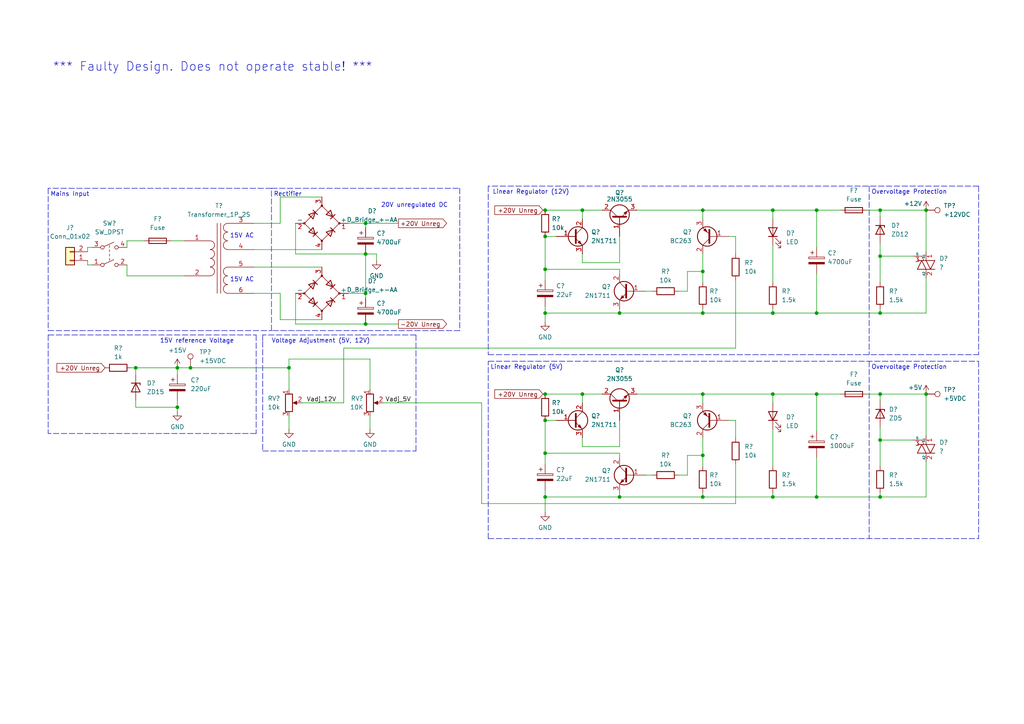
<source format=kicad_sch>
(kicad_sch (version 20211123) (generator eeschema)
  (paper "A4")
  (title_block (title "Z8C Power Supply") (date "2022-10-10") (rev "1") (comment 1 "+5V@3A , +12V@4A") (comment 3 "https://github.com/dennis9819/Z8C-Homebrew-Computer"))
  (lib_symbols
    (symbol "Connector:TestPoint" (pin_numbers hide) (pin_names (offset 0.762) hide)
      (property "Reference" "TP" (at 0 6.858 0))
      (property "Value" "TestPoint" (at 0 5.08 0))
      (symbol "TestPoint_0_1"
        (circle (center 0 3.302) (radius 0.762))
      )
      (symbol "TestPoint_1_1"
        (pin passive line (at 0 0 90) (length 2.54) (name "1") (number "1"))
      )
    )
    (symbol "Connector_Generic:Conn_01x02" (pin_names (offset 1.016) hide)
      (property "Reference" "J" (at 0 2.54 0))
      (property "Value" "Conn_01x02" (at 0 -5.08 0))
      (symbol "Conn_01x02_1_1"
        (rectangle (start -1.27 -2.413) (end 0 -2.667) (stroke (width 0.1524)))
        (rectangle (start -1.27 0.127) (end 0 -0.127) (stroke (width 0.1524)))
        (rectangle (start -1.27 1.27) (end 1.27 -3.81) (stroke (width 0.254)) (fill (type background)))
        (pin passive line (at -5.08 0 0) (length 3.81) (name "Pin_1") (number "1"))
        (pin passive line (at -5.08 -2.54 0) (length 3.81) (name "Pin_2") (number "2"))
      )
    )
    (symbol "Device:C_Polarized" (pin_numbers hide) (pin_names (offset 0.254))
      (property "Reference" "C" (at 0.635 2.54 0))
      (property "Value" "C_Polarized" (at 0.635 -2.54 0))
      (symbol "C_Polarized_0_1"
        (rectangle (start -2.286 0.508) (end 2.286 1.016))
        (polyline (pts (xy -1.778 2.286) (xy -0.762 2.286)))
        (polyline (pts (xy -1.27 2.794) (xy -1.27 1.778)))
        (rectangle (start 2.286 -0.508) (end -2.286 -1.016) (fill (type outline)))
      )
      (symbol "C_Polarized_1_1"
        (pin passive line (at 0 3.81 270) (length 2.794) (name "~") (number "1"))
        (pin passive line (at 0 -3.81 90) (length 2.794) (name "~") (number "2"))
      )
    )
    (symbol "Device:D_Bridge_+-AA" (pin_names (offset 0))
      (property "Reference" "D" (at 2.54 6.985 0))
      (property "Value" "D_Bridge_+-AA" (at 2.54 5.08 0))
      (symbol "D_Bridge_+-AA_0_1"
        (circle (center -5.08 0) (radius 0.254) (fill (type outline)))
        (circle (center 0 -5.08) (radius 0.254) (fill (type outline)))
        (polyline (pts (xy -2.54 3.81) (xy -1.27 2.54)) (stroke (width 0.254)))
        (polyline (pts (xy -1.27 -2.54) (xy -2.54 -3.81)) (stroke (width 0.254)))
        (polyline (pts (xy 2.54 -1.27) (xy 3.81 -2.54)) (stroke (width 0.254)))
        (polyline (pts (xy 2.54 1.27) (xy 3.81 2.54)) (stroke (width 0.254)))
        (polyline (pts (xy -3.81 2.54) (xy -2.54 1.27) (xy -1.905 3.175) (xy -3.81 2.54)) (stroke (width 0.254)))
        (polyline (pts (xy -2.54 -1.27) (xy -3.81 -2.54) (xy -1.905 -3.175) (xy -2.54 -1.27)) (stroke (width 0.254)))
        (polyline (pts (xy 1.27 2.54) (xy 2.54 3.81) (xy 3.175 1.905) (xy 1.27 2.54)) (stroke (width 0.254)))
        (polyline (pts (xy 3.175 -1.905) (xy 1.27 -2.54) (xy 2.54 -3.81) (xy 3.175 -1.905)) (stroke (width 0.254)))
        (polyline (pts (xy -5.08 0) (xy 0 -5.08) (xy 5.08 0) (xy 0 5.08) (xy -5.08 0)))
        (circle (center 0 5.08) (radius 0.254) (fill (type outline)))
        (circle (center 5.08 0) (radius 0.254) (fill (type outline)))
      )
      (symbol "D_Bridge_+-AA_1_1"
        (pin passive line (at 7.62 0 180) (length 2.54) (name "+") (number "1"))
        (pin passive line (at -7.62 0 0) (length 2.54) (name "-") (number "2"))
        (pin passive line (at 0 7.62 270) (length 2.54) (name "~") (number "3"))
        (pin passive line (at 0 -7.62 90) (length 2.54) (name "~") (number "4"))
      )
    )
    (symbol "Device:D_Zener" (pin_numbers hide) (pin_names (offset 1.016) hide)
      (property "Reference" "D" (at 0 2.54 0))
      (property "Value" "D_Zener" (at 0 -2.54 0))
      (symbol "D_Zener_0_1"
        (polyline (pts (xy 1.27 0) (xy -1.27 0)))
        (polyline (pts (xy -1.27 -1.27) (xy -1.27 1.27) (xy -0.762 1.27)) (stroke (width 0.254)))
        (polyline (pts (xy 1.27 -1.27) (xy 1.27 1.27) (xy -1.27 0) (xy 1.27 -1.27)) (stroke (width 0.254)))
      )
      (symbol "D_Zener_1_1"
        (pin passive line (at -3.81 0 0) (length 2.54) (name "K") (number "1"))
        (pin passive line (at 3.81 0 180) (length 2.54) (name "A") (number "2"))
      )
    )
    (symbol "Device:Fuse" (pin_numbers hide) (pin_names (offset 0))
      (property "Reference" "F" (at 2.032 0 90))
      (property "Value" "Fuse" (at -1.905 0 90))
      (symbol "Fuse_0_1"
        (rectangle (start -0.762 -2.54) (end 0.762 2.54) (stroke (width 0.254)))
        (polyline (pts (xy 0 2.54) (xy 0 -2.54)))
      )
      (symbol "Fuse_1_1"
        (pin passive line (at 0 3.81 270) (length 1.27) (name "~") (number "1"))
        (pin passive line (at 0 -3.81 90) (length 1.27) (name "~") (number "2"))
      )
    )
    (symbol "Device:LED" (pin_numbers hide) (pin_names (offset 1.016) hide)
      (property "Reference" "D" (at 0 2.54 0))
      (property "Value" "LED" (at 0 -2.54 0))
      (symbol "LED_0_1"
        (polyline (pts (xy -1.27 -1.27) (xy -1.27 1.27)) (stroke (width 0.254)))
        (polyline (pts (xy -1.27 0) (xy 1.27 0)))
        (polyline (pts (xy 1.27 -1.27) (xy 1.27 1.27) (xy -1.27 0) (xy 1.27 -1.27)) (stroke (width 0.254)))
        (polyline (pts (xy -3.048 -0.762) (xy -4.572 -2.286) (xy -3.81 -2.286) (xy -4.572 -2.286) (xy -4.572 -1.524)))
        (polyline (pts (xy -1.778 -0.762) (xy -3.302 -2.286) (xy -2.54 -2.286) (xy -3.302 -2.286) (xy -3.302 -1.524)))
      )
      (symbol "LED_1_1"
        (pin passive line (at -3.81 0 0) (length 2.54) (name "K") (number "1"))
        (pin passive line (at 3.81 0 180) (length 2.54) (name "A") (number "2"))
      )
    )
    (symbol "Device:Q_NPN_BCE" (pin_names (offset 0) hide)
      (property "Reference" "Q" (at 5.08 1.27 0))
      (property "Value" "Q_NPN_BCE" (at 5.08 -1.27 0))
      (symbol "Q_NPN_BCE_0_1"
        (polyline (pts (xy 0.635 0.635) (xy 2.54 2.54)))
        (polyline (pts (xy 0.635 -0.635) (xy 2.54 -2.54) (xy 2.54 -2.54)))
        (polyline (pts (xy 0.635 1.905) (xy 0.635 -1.905) (xy 0.635 -1.905)) (stroke (width 0.508)))
        (polyline (pts (xy 1.27 -1.778) (xy 1.778 -1.27) (xy 2.286 -2.286) (xy 1.27 -1.778) (xy 1.27 -1.778)) (fill (type outline)))
        (circle (center 1.27 0) (radius 2.8194) (stroke (width 0.254)))
      )
      (symbol "Q_NPN_BCE_1_1"
        (pin input line (at -5.08 0 0) (length 5.715) (name "B") (number "1"))
        (pin passive line (at 2.54 5.08 270) (length 2.54) (name "C") (number "2"))
        (pin passive line (at 2.54 -5.08 90) (length 2.54) (name "E") (number "3"))
      )
    )
    (symbol "Device:Q_PNP_BCE" (pin_names (offset 0) hide)
      (property "Reference" "Q" (at 5.08 1.27 0))
      (property "Value" "Q_PNP_BCE" (at 5.08 -1.27 0))
      (symbol "Q_PNP_BCE_0_1"
        (polyline (pts (xy 0.635 0.635) (xy 2.54 2.54)))
        (polyline (pts (xy 0.635 -0.635) (xy 2.54 -2.54) (xy 2.54 -2.54)))
        (polyline (pts (xy 0.635 1.905) (xy 0.635 -1.905) (xy 0.635 -1.905)) (stroke (width 0.508)))
        (polyline (pts (xy 2.286 -1.778) (xy 1.778 -2.286) (xy 1.27 -1.27) (xy 2.286 -1.778) (xy 2.286 -1.778)) (fill (type outline)))
        (circle (center 1.27 0) (radius 2.8194) (stroke (width 0.254)))
      )
      (symbol "Q_PNP_BCE_1_1"
        (pin input line (at -5.08 0 0) (length 5.715) (name "B") (number "1"))
        (pin passive line (at 2.54 5.08 270) (length 2.54) (name "C") (number "2"))
        (pin passive line (at 2.54 -5.08 90) (length 2.54) (name "E") (number "3"))
      )
    )
    (symbol "Device:Q_TRIAC_A1A2G" (pin_names (offset 0))
      (property "Reference" "D" (at 3.175 0.635 0))
      (property "Value" "Q_TRIAC_A1A2G" (at 3.175 -1.27 0))
      (symbol "Q_TRIAC_A1A2G_0_1"
        (polyline (pts (xy -2.54 -1.27) (xy 2.54 -1.27)) (stroke (width 0.2032)))
        (polyline (pts (xy -2.54 1.27) (xy 2.54 1.27)) (stroke (width 0.2032)))
        (polyline (pts (xy -1.27 -2.54) (xy -0.635 -1.27)))
        (polyline (pts (xy -2.54 1.27) (xy -1.27 -1.27) (xy 0 1.27)) (stroke (width 0.2032)))
        (polyline (pts (xy 0 -1.27) (xy 1.27 1.27) (xy 2.54 -1.27)) (stroke (width 0.2032)))
      )
      (symbol "Q_TRIAC_A1A2G_1_1"
        (pin passive line (at 0 -3.81 90) (length 2.54) (name "A1") (number "1"))
        (pin passive line (at 0 3.81 270) (length 2.54) (name "A2") (number "2"))
        (pin input line (at -3.81 -2.54 0) (length 2.54) (name "G") (number "3"))
      )
    )
    (symbol "Device:R" (pin_numbers hide) (pin_names (offset 0))
      (property "Reference" "R" (at 2.032 0 90))
      (property "Value" "R" (at 0 0 90))
      (symbol "R_0_1"
        (rectangle (start -1.016 -2.54) (end 1.016 2.54) (stroke (width 0.254)))
      )
      (symbol "R_1_1"
        (pin passive line (at 0 3.81 270) (length 1.27) (name "~") (number "1"))
        (pin passive line (at 0 -3.81 90) (length 1.27) (name "~") (number "2"))
      )
    )
    (symbol "Device:R_Potentiometer" (pin_names (offset 1.016) hide)
      (property "Reference" "RV" (at -4.445 0 90))
      (property "Value" "R_Potentiometer" (at -2.54 0 90))
      (symbol "R_Potentiometer_0_1"
        (polyline (pts (xy 2.54 0) (xy 1.524 0)))
        (polyline (pts (xy 1.143 0) (xy 2.286 0.508) (xy 2.286 -0.508) (xy 1.143 0)) (fill (type outline)))
        (rectangle (start 1.016 2.54) (end -1.016 -2.54) (stroke (width 0.254)))
      )
      (symbol "R_Potentiometer_1_1"
        (pin passive line (at 0 3.81 270) (length 1.27) (name "1") (number "1"))
        (pin passive line (at 3.81 0 180) (length 1.27) (name "2") (number "2"))
        (pin passive line (at 0 -3.81 90) (length 1.27) (name "3") (number "3"))
      )
    )
    (symbol "Device:Transformer_1P_2S" (pin_names (offset 1.016) hide)
      (property "Reference" "T" (at 0 12.7 0))
      (property "Value" "Transformer_1P_2S" (at 0 -12.7 0))
      (symbol "Transformer_1P_2S_0_1"
        (arc (start -2.54 -5.0546) (mid -1.6599 -4.6901) (end -1.27 -3.81))
        (arc (start -2.54 -2.5146) (mid -1.6599 -2.1501) (end -1.27 -1.27))
        (arc (start -2.54 0.0254) (mid -1.6599 0.3899) (end -1.27 1.27))
        (arc (start -2.54 2.5654) (mid -1.6599 2.9299) (end -1.27 3.81))
        (arc (start -1.27 -3.81) (mid -1.642 -2.912) (end -2.54 -2.54))
        (arc (start -1.27 -1.27) (mid -1.642 -0.372) (end -2.54 0))
        (arc (start -1.27 1.27) (mid -1.642 2.168) (end -2.54 2.54))
        (arc (start -1.27 3.81) (mid -1.642 4.708) (end -2.54 5.08))
        (polyline (pts (xy -0.508 -10.16) (xy -0.508 10.16)))
        (polyline (pts (xy 0.508 10.16) (xy 0.508 -10.16)))
        (arc (start 1.2954 -8.89) (mid 1.6599 -9.7701) (end 2.54 -10.1346))
        (arc (start 1.2954 -6.35) (mid 1.6599 -7.2301) (end 2.54 -7.5946))
        (arc (start 1.2954 -3.81) (mid 1.6599 -4.6901) (end 2.54 -5.0546))
        (arc (start 1.2954 3.81) (mid 1.6599 2.9299) (end 2.54 2.5654))
        (arc (start 1.2954 6.35) (mid 1.6599 5.4699) (end 2.54 5.1054))
        (arc (start 1.2954 8.89) (mid 1.6599 8.0099) (end 2.54 7.6454))
        (arc (start 2.54 -7.62) (mid 1.642 -7.992) (end 1.2954 -8.89))
        (arc (start 2.54 -5.08) (mid 1.642 -5.452) (end 1.2954 -6.35))
        (arc (start 2.54 -2.54) (mid 1.642 -2.912) (end 1.2954 -3.81))
        (arc (start 2.54 5.08) (mid 1.642 4.708) (end 1.2954 3.81))
        (arc (start 2.54 7.62) (mid 1.642 7.248) (end 1.2954 6.35))
        (arc (start 2.54 10.16) (mid 1.642 9.788) (end 1.2954 8.89))
      )
      (symbol "Transformer_1P_2S_1_1"
        (pin passive line (at -10.16 5.08 0) (length 7.62) (name "AA") (number "1"))
        (pin passive line (at -10.16 -5.08 0) (length 7.62) (name "AB") (number "2"))
        (pin passive line (at 10.16 10.16 180) (length 7.62) (name "SA") (number "3"))
        (pin passive line (at 10.16 2.54 180) (length 7.62) (name "SB") (number "4"))
        (pin passive line (at 10.16 -2.54 180) (length 7.62) (name "SC") (number "5"))
        (pin passive line (at 10.16 -10.16 180) (length 7.62) (name "SD") (number "6"))
      )
    )
    (symbol "Switch:SW_DPST" (pin_names (offset 0) hide)
      (property "Reference" "SW" (at 0 5.08 0))
      (property "Value" "SW_DPST" (at 0 -5.08 0))
      (symbol "SW_DPST_0_0"
        (circle (center -2.032 -2.54) (radius 0.508))
        (circle (center -2.032 2.54) (radius 0.508))
        (polyline (pts (xy -1.524 -2.286) (xy 1.27 -1.016)))
        (polyline (pts (xy -1.524 2.794) (xy 1.27 4.064)))
        (polyline (pts (xy 0 -1.27) (xy 0 -0.635)))
        (polyline (pts (xy 0 0) (xy 0 0.635)))
        (polyline (pts (xy 0 1.27) (xy 0 1.905)))
        (polyline (pts (xy 0 2.54) (xy 0 3.175)))
        (circle (center 2.032 -2.54) (radius 0.508))
        (circle (center 2.032 2.54) (radius 0.508))
      )
      (symbol "SW_DPST_1_1"
        (pin passive line (at -5.08 -2.54 0) (length 2.54) (name "1") (number "1"))
        (pin passive line (at 5.08 -2.54 180) (length 2.54) (name "2") (number "2"))
        (pin passive line (at -5.08 2.54 0) (length 2.54) (name "3") (number "3"))
        (pin passive line (at 5.08 2.54 180) (length 2.54) (name "4") (number "4"))
      )
    )
    (symbol "power:+12V" (power) (pin_names (offset 0))
      (property "Value" "+12V" (at 0 3.556 0))
      (symbol "+12V_0_1"
        (polyline (pts (xy -0.762 1.27) (xy 0 2.54)))
        (polyline (pts (xy 0 0) (xy 0 2.54)))
        (polyline (pts (xy 0 2.54) (xy 0.762 1.27)))
      )
      (symbol "+12V_1_1"
        (pin power_in line (at 0 0 90) (length 0) hide (name "+12V") (number "1"))
      )
    )
    (symbol "power:+15V" (power) (pin_names (offset 0))
      (property "Value" "+15V" (at 0 3.556 0))
      (symbol "+15V_0_1"
        (polyline (pts (xy -0.762 1.27) (xy 0 2.54)))
        (polyline (pts (xy 0 0) (xy 0 2.54)))
        (polyline (pts (xy 0 2.54) (xy 0.762 1.27)))
      )
      (symbol "+15V_1_1"
        (pin power_in line (at 0 0 90) (length 0) hide (name "+15V") (number "1"))
      )
    )
    (symbol "power:+5V" (power) (pin_names (offset 0))
      (property "Value" "+5V" (at 0 3.556 0))
      (symbol "+5V_0_1"
        (polyline (pts (xy -0.762 1.27) (xy 0 2.54)))
        (polyline (pts (xy 0 0) (xy 0 2.54)))
        (polyline (pts (xy 0 2.54) (xy 0.762 1.27)))
      )
      (symbol "+5V_1_1"
        (pin power_in line (at 0 0 90) (length 0) hide (name "+5V") (number "1"))
      )
    )
    (symbol "power:GND" (power) (pin_names (offset 0))
      (property "Value" "GND" (at 0 -3.81 0))
      (symbol "GND_0_1"
        (polyline (pts (xy 0 0) (xy 0 -1.27) (xy 1.27 -1.27) (xy 0 -2.54) (xy -1.27 -1.27) (xy 0 -1.27)))
      )
      (symbol "GND_1_1"
        (pin power_in line (at 0 0 270) (length 0) hide (name "GND") (number "1"))
      )
    )
  )
  (junction (at 203.835 144.145))
  (junction (at 106.045 64.77))
  (junction (at 83.82 106.68))
  (junction (at 203.835 114.3))
  (junction (at 236.855 144.145))
  (junction (at 203.835 60.96))
  (junction (at 255.27 114.3))
  (junction (at 224.155 60.96))
  (junction (at 106.045 85.09))
  (junction (at 158.115 121.92))
  (junction (at 255.27 90.805))
  (junction (at 236.855 90.805))
  (junction (at 224.155 114.3))
  (junction (at 203.835 90.805))
  (junction (at 158.115 114.3))
  (junction (at 255.27 60.96))
  (junction (at 268.605 60.96))
  (junction (at 224.155 90.805))
  (junction (at 224.155 144.145))
  (junction (at 203.835 78.74))
  (junction (at 255.27 127.635))
  (junction (at 255.27 74.295))
  (junction (at 39.37 106.68))
  (junction (at 106.045 93.98))
  (junction (at 168.91 114.3))
  (junction (at 106.045 73.66))
  (junction (at 158.115 90.805))
  (junction (at 179.705 144.145))
  (junction (at 168.91 60.96))
  (junction (at 158.115 144.145))
  (junction (at 255.27 144.145))
  (junction (at 158.115 60.96))
  (junction (at 236.855 114.3))
  (junction (at 268.605 114.3))
  (junction (at 51.435 118.11))
  (junction (at 158.115 68.58))
  (junction (at 51.435 106.68))
  (junction (at 158.115 131.445))
  (junction (at 236.855 60.96))
  (junction (at 55.245 106.68))
  (junction (at 179.705 90.805))
  (junction (at 158.115 78.105))
  (junction (at 203.835 132.08))
  (wire (pts (xy 268.605 60.96) (xy 268.605 73.025)))
  (polyline (pts (xy 78.74 95.885) (xy 78.74 54.61)))
  (wire (pts (xy 236.855 90.805) (xy 236.855 79.375)))
  (wire (pts (xy 236.855 144.145) (xy 255.27 144.145)))
  (wire (pts (xy 158.115 90.805) (xy 179.705 90.805)))
  (wire (pts (xy 51.435 118.11) (xy 51.435 119.38)))
  (wire (pts (xy 255.27 70.485) (xy 255.27 74.295)))
  (polyline (pts (xy 133.35 54.61) (xy 133.35 95.885)))
  (wire (pts (xy 49.53 69.85) (xy 53.34 69.85)))
  (wire (pts (xy 255.27 144.145) (xy 255.27 142.875)))
  (wire (pts (xy 111.125 116.84) (xy 139.7 116.84)))
  (wire (pts (xy 203.835 78.74) (xy 203.835 81.915)))
  (wire (pts (xy 158.115 78.105) (xy 179.705 78.105)))
  (wire (pts (xy 168.91 73.66) (xy 168.91 76.2)))
  (wire (pts (xy 187.325 84.455) (xy 189.23 84.455)))
  (wire (pts (xy 236.855 60.96) (xy 243.84 60.96)))
  (polyline (pts (xy 13.97 97.155) (xy 74.295 97.155)))
  (polyline (pts (xy 283.845 53.975) (xy 283.845 102.87)))
  (wire (pts (xy 224.155 90.805) (xy 236.855 90.805)))
  (wire (pts (xy 268.605 114.3) (xy 268.605 126.365)))
  (wire (pts (xy 36.83 80.01) (xy 36.83 76.835)))
  (wire (pts (xy 158.115 68.58) (xy 158.115 78.105)))
  (wire (pts (xy 107.315 120.65) (xy 107.315 124.46)))
  (wire (pts (xy 203.835 144.145) (xy 224.155 144.145)))
  (wire (pts (xy 85.725 93.98) (xy 85.725 85.09)))
  (polyline (pts (xy 76.2 99.06) (xy 76.2 130.81)))
  (polyline (pts (xy 141.605 104.775) (xy 283.845 104.775)))
  (wire (pts (xy 100.965 85.09) (xy 106.045 85.09)))
  (wire (pts (xy 213.36 81.28) (xy 213.36 100.965)))
  (polyline (pts (xy 13.97 54.61) (xy 13.97 95.885)))
  (polyline (pts (xy 120.65 130.81) (xy 120.65 97.155)))
  (wire (pts (xy 158.115 121.92) (xy 158.115 131.445)))
  (wire (pts (xy 55.245 106.68) (xy 83.82 106.68)))
  (wire (pts (xy 255.27 90.805) (xy 255.27 89.535)))
  (polyline (pts (xy 13.97 95.885) (xy 78.74 95.885)))
  (wire (pts (xy 87.63 116.84) (xy 99.695 116.84)))
  (wire (pts (xy 196.85 84.455) (xy 199.39 84.455)))
  (wire (pts (xy 203.835 60.96) (xy 224.155 60.96)))
  (wire (pts (xy 179.705 144.145) (xy 203.835 144.145)))
  (wire (pts (xy 179.705 79.375) (xy 179.705 78.105)))
  (wire (pts (xy 83.82 120.65) (xy 83.82 124.46)))
  (wire (pts (xy 85.725 73.66) (xy 106.045 73.66)))
  (polyline (pts (xy 141.605 102.87) (xy 154.305 102.87)))
  (wire (pts (xy 25.4 76.835) (xy 25.4 75.565)))
  (wire (pts (xy 41.91 69.85) (xy 36.83 69.85)))
  (wire (pts (xy 199.39 84.455) (xy 199.39 78.74)))
  (wire (pts (xy 158.115 142.24) (xy 158.115 144.145)))
  (wire (pts (xy 99.695 116.84) (xy 99.695 100.965)))
  (wire (pts (xy 179.705 90.805) (xy 203.835 90.805)))
  (wire (pts (xy 73.66 72.39) (xy 93.345 72.39)))
  (wire (pts (xy 85.725 73.66) (xy 85.725 64.77)))
  (wire (pts (xy 224.155 142.875) (xy 224.155 144.145)))
  (polyline (pts (xy 283.845 104.775) (xy 283.845 156.21)))
  (wire (pts (xy 224.155 114.3) (xy 224.155 116.84)))
  (polyline (pts (xy 154.305 102.87) (xy 283.845 102.87)))
  (wire (pts (xy 81.28 64.77) (xy 81.28 57.15)))
  (wire (pts (xy 211.455 68.58) (xy 213.36 68.58)))
  (wire (pts (xy 158.115 60.96) (xy 168.91 60.96)))
  (wire (pts (xy 106.045 73.66) (xy 109.22 73.66)))
  (wire (pts (xy 51.435 118.11) (xy 51.435 116.205)))
  (wire (pts (xy 203.835 132.08) (xy 203.835 135.255)))
  (wire (pts (xy 83.82 106.68) (xy 83.82 113.03)))
  (wire (pts (xy 39.37 118.11) (xy 51.435 118.11)))
  (wire (pts (xy 213.36 68.58) (xy 213.36 73.66)))
  (wire (pts (xy 211.455 121.92) (xy 213.36 121.92)))
  (wire (pts (xy 39.37 106.68) (xy 51.435 106.68)))
  (wire (pts (xy 38.1 106.68) (xy 39.37 106.68)))
  (wire (pts (xy 157.48 60.96) (xy 158.115 60.96)))
  (wire (pts (xy 203.835 73.66) (xy 203.835 78.74)))
  (wire (pts (xy 184.785 114.3) (xy 203.835 114.3)))
  (wire (pts (xy 203.835 114.3) (xy 203.835 116.84)))
  (wire (pts (xy 81.28 57.15) (xy 93.345 57.15)))
  (wire (pts (xy 236.855 144.145) (xy 236.855 132.715)))
  (polyline (pts (xy 252.095 104.775) (xy 252.095 156.21)))
  (wire (pts (xy 268.605 90.805) (xy 268.605 80.645)))
  (polyline (pts (xy 76.2 97.155) (xy 76.2 99.06)))
  (wire (pts (xy 51.435 106.68) (xy 51.435 108.585)))
  (wire (pts (xy 224.155 60.96) (xy 236.855 60.96)))
  (wire (pts (xy 109.22 73.66) (xy 109.22 75.565)))
  (wire (pts (xy 196.85 137.795) (xy 199.39 137.795)))
  (wire (pts (xy 251.46 60.96) (xy 255.27 60.96)))
  (wire (pts (xy 106.045 64.77) (xy 106.045 66.04)))
  (wire (pts (xy 168.91 114.3) (xy 168.91 116.84)))
  (wire (pts (xy 224.155 124.46) (xy 224.155 135.255)))
  (wire (pts (xy 158.115 131.445) (xy 158.115 134.62)))
  (wire (pts (xy 179.705 144.145) (xy 179.705 142.875)))
  (wire (pts (xy 236.855 90.805) (xy 255.27 90.805)))
  (wire (pts (xy 158.115 144.145) (xy 158.115 148.59)))
  (wire (pts (xy 203.835 114.3) (xy 224.155 114.3)))
  (polyline (pts (xy 120.65 97.155) (xy 76.2 97.155)))
  (wire (pts (xy 255.27 60.96) (xy 268.605 60.96)))
  (wire (pts (xy 139.7 116.84) (xy 139.7 146.05)))
  (wire (pts (xy 25.4 71.755) (xy 25.4 73.025)))
  (wire (pts (xy 168.91 60.96) (xy 168.91 63.5)))
  (wire (pts (xy 203.835 60.96) (xy 203.835 63.5)))
  (wire (pts (xy 158.115 121.92) (xy 161.29 121.92)))
  (wire (pts (xy 255.27 74.295) (xy 255.27 81.915)))
  (wire (pts (xy 73.66 64.77) (xy 81.28 64.77)))
  (wire (pts (xy 106.045 73.66) (xy 106.045 85.09)))
  (polyline (pts (xy 141.605 53.975) (xy 141.605 102.87)))
  (wire (pts (xy 224.155 89.535) (xy 224.155 90.805)))
  (wire (pts (xy 36.83 69.85) (xy 36.83 71.755)))
  (wire (pts (xy 73.66 85.09) (xy 81.28 85.09)))
  (wire (pts (xy 199.39 137.795) (xy 199.39 132.08)))
  (wire (pts (xy 158.115 131.445) (xy 179.705 131.445)))
  (polyline (pts (xy 76.2 130.81) (xy 120.65 130.81)))
  (wire (pts (xy 203.835 90.805) (xy 224.155 90.805)))
  (wire (pts (xy 203.835 90.805) (xy 203.835 89.535)))
  (wire (pts (xy 236.855 60.96) (xy 236.855 71.755)))
  (wire (pts (xy 158.115 114.3) (xy 168.91 114.3)))
  (wire (pts (xy 158.115 144.145) (xy 179.705 144.145)))
  (wire (pts (xy 199.39 132.08) (xy 203.835 132.08)))
  (wire (pts (xy 224.155 144.145) (xy 236.855 144.145)))
  (wire (pts (xy 26.67 71.755) (xy 25.4 71.755)))
  (wire (pts (xy 255.27 127.635) (xy 255.27 135.255)))
  (wire (pts (xy 55.245 106.68) (xy 51.435 106.68)))
  (polyline (pts (xy 141.605 156.21) (xy 283.845 156.21)))
  (wire (pts (xy 158.115 88.9) (xy 158.115 90.805)))
  (polyline (pts (xy 74.295 97.155) (xy 74.295 125.73)))
  (wire (pts (xy 158.115 90.805) (xy 158.115 93.345)))
  (wire (pts (xy 73.66 77.47) (xy 93.345 77.47)))
  (polyline (pts (xy 13.97 97.155) (xy 13.97 125.73)))
  (wire (pts (xy 53.34 80.01) (xy 36.83 80.01)))
  (wire (pts (xy 255.27 127.635) (xy 264.795 127.635)))
  (wire (pts (xy 81.28 85.09) (xy 81.28 92.71)))
  (polyline (pts (xy 78.74 54.61) (xy 133.35 54.61)))
  (wire (pts (xy 83.82 104.14) (xy 83.82 106.68)))
  (wire (pts (xy 255.27 60.96) (xy 255.27 62.865)))
  (wire (pts (xy 224.155 114.3) (xy 236.855 114.3)))
  (polyline (pts (xy 78.74 54.61) (xy 13.97 54.61)))
  (wire (pts (xy 179.705 90.805) (xy 179.705 89.535)))
  (wire (pts (xy 213.36 121.92) (xy 213.36 127)))
  (wire (pts (xy 255.27 114.3) (xy 268.605 114.3)))
  (wire (pts (xy 255.27 114.3) (xy 255.27 116.205)))
  (polyline (pts (xy 141.605 156.21) (xy 141.605 104.775)))
  (wire (pts (xy 158.115 78.105) (xy 158.115 81.28)))
  (wire (pts (xy 168.91 76.2) (xy 179.705 76.2)))
  (wire (pts (xy 179.705 132.715) (xy 179.705 131.445)))
  (wire (pts (xy 83.82 104.14) (xy 107.315 104.14)))
  (wire (pts (xy 203.835 127) (xy 203.835 132.08)))
  (polyline (pts (xy 133.35 95.885) (xy 78.74 95.885)))
  (wire (pts (xy 26.67 76.835) (xy 25.4 76.835)))
  (wire (pts (xy 100.965 64.77) (xy 106.045 64.77)))
  (polyline (pts (xy 74.295 125.73) (xy 13.97 125.73)))
  (wire (pts (xy 106.045 85.09) (xy 106.045 86.36)))
  (wire (pts (xy 203.835 144.145) (xy 203.835 142.875)))
  (wire (pts (xy 184.785 60.96) (xy 203.835 60.96)))
  (wire (pts (xy 158.115 68.58) (xy 161.29 68.58)))
  (wire (pts (xy 168.91 127) (xy 168.91 129.54)))
  (wire (pts (xy 199.39 78.74) (xy 203.835 78.74)))
  (wire (pts (xy 168.91 114.3) (xy 174.625 114.3)))
  (wire (pts (xy 255.27 90.805) (xy 268.605 90.805)))
  (wire (pts (xy 106.045 93.98) (xy 115.57 93.98)))
  (wire (pts (xy 251.46 114.3) (xy 255.27 114.3)))
  (wire (pts (xy 213.36 134.62) (xy 213.36 146.05)))
  (wire (pts (xy 106.045 64.77) (xy 115.57 64.77)))
  (wire (pts (xy 255.27 123.825) (xy 255.27 127.635)))
  (wire (pts (xy 157.48 114.3) (xy 158.115 114.3)))
  (wire (pts (xy 168.91 129.54) (xy 179.705 129.54)))
  (wire (pts (xy 179.705 76.2) (xy 179.705 68.58)))
  (wire (pts (xy 99.695 100.965) (xy 213.36 100.965)))
  (wire (pts (xy 236.855 114.3) (xy 243.84 114.3)))
  (wire (pts (xy 179.705 129.54) (xy 179.705 121.92)))
  (wire (pts (xy 106.045 93.98) (xy 85.725 93.98)))
  (wire (pts (xy 236.855 114.3) (xy 236.855 125.095)))
  (wire (pts (xy 268.605 144.145) (xy 268.605 133.985)))
  (wire (pts (xy 255.27 144.145) (xy 268.605 144.145)))
  (wire (pts (xy 255.27 74.295) (xy 264.795 74.295)))
  (wire (pts (xy 224.155 71.12) (xy 224.155 81.915)))
  (wire (pts (xy 81.28 92.71) (xy 93.345 92.71)))
  (wire (pts (xy 39.37 116.205) (xy 39.37 118.11)))
  (wire (pts (xy 224.155 60.96) (xy 224.155 63.5)))
  (polyline (pts (xy 283.845 53.975) (xy 141.605 53.975)))
  (wire (pts (xy 187.325 137.795) (xy 189.23 137.795)))
  (polyline (pts (xy 252.095 53.975) (xy 252.095 102.87)))
  (wire (pts (xy 39.37 106.68) (xy 39.37 108.585)))
  (wire (pts (xy 139.7 146.05) (xy 213.36 146.05)))
  (wire (pts (xy 107.315 104.14) (xy 107.315 113.03)))
  (wire (pts (xy 168.91 60.96) (xy 174.625 60.96)))
  (text "Mains Input" (at 14.605 57.15 0) (effects (font (size 1.27 1.27)) (justify left bottom)))
  (text "20V unregulated DC" (at 110.49 60.325 0) (effects (font (size 1.27 1.27)) (justify left bottom)))
  (text "*** Faulty Design. Does not operate stable! ***" (at 15.24 20.955 0) (effects (font (size 2.54 2.54)) (justify left bottom)))
  (text "Voltage Adjustment (5V, 12V)" (at 78.74 99.695 0) (effects (font (size 1.27 1.27)) (justify left bottom)))
  (text "Overvoltage Protection" (at 252.73 107.315 0) (effects (font (size 1.27 1.27)) (justify left bottom)))
  (text "Linear Regulator (12V)" (at 142.875 56.515 0) (effects (font (size 1.27 1.27)) (justify left bottom)))
  (text "Overvoltage Protection" (at 252.73 56.515 0) (effects (font (size 1.27 1.27)) (justify left bottom)))
  (text "15V AC\n" (at 66.675 69.215 0) (effects (font (size 1.27 1.27)) (justify left bottom)))
  (text "15V AC\n" (at 66.675 81.915 0) (effects (font (size 1.27 1.27)) (justify left bottom)))
  (text "Linear Regulator (5V)" (at 142.24 107.315 0) (effects (font (size 1.27 1.27)) (justify left bottom)))
  (text "Rectifier" (at 79.375 57.15 0) (effects (font (size 1.27 1.27)) (justify left bottom)))
  (text "15V reference Voltage\n" (at 46.355 99.695 0) (effects (font (size 1.27 1.27)) (justify left bottom)))
  (label "Vadj_12V" (at 88.9 116.84 0))
  (label "Vadj_5V" (at 111.76 116.84 0))
  (global_label "-20V Unreg" (shape output) (at 115.57 93.98 0) (property "Intersheet References" "${INTERSHEET_REFS}" (effects hide)))
  (global_label "+20V Unreg" (shape output) (at 115.57 64.77 0) (property "Intersheet References" "${INTERSHEET_REFS}" (effects hide)))
  (global_label "+20V Unreg" (shape input) (at 30.48 106.68 180) (property "Intersheet References" "${INTERSHEET_REFS}" (effects hide)))
  (global_label "+20V Unreg" (shape input) (at 157.48 60.96 180) (property "Intersheet References" "${INTERSHEET_REFS}" (effects hide)))
  (global_label "+20V Unreg" (shape input) (at 157.48 114.3 180) (property "Intersheet References" "${INTERSHEET_REFS}" (effects hide)))
  (symbol (lib_id "Device:LED") (at 224.155 120.65 90) (unit 1)
    (property "Reference" "D?" (at 227.965 120.9674 90) (effects (justify right)))
    (property "Value" "LED" (at 227.965 123.5074 90) (effects (justify right)))
  )
  (symbol (lib_id "power:+15V") (at 51.435 106.68 0) (unit 1)
    (property "Reference" "#PWR?" (effects hide))
    (property "Value" "+15V" (at 51.435 101.6 0))
  )
  (symbol (lib_id "Device:C_Polarized") (at 106.045 90.17 0) (unit 1)
    (property "Reference" "C?" (at 109.22 88.0109 0) (effects (justify left)))
    (property "Value" "4700uF" (at 109.22 90.5509 0) (effects (justify left)))
  )
  (symbol (lib_id "Device:R") (at 158.115 64.77 0) (unit 1)
    (property "Reference" "R?" (at 160.02 63.4999 0) (effects (justify left)))
    (property "Value" "10k" (at 160.02 66.0399 0) (effects (justify left)))
  )
  (symbol (lib_id "power:GND") (at 158.115 93.345 0) (unit 1)
    (property "Reference" "#PWR?" (effects hide))
    (property "Value" "GND" (at 158.115 97.79 0))
  )
  (symbol (lib_id "power:GND") (at 158.115 148.59 0) (unit 1)
    (property "Reference" "#PWR?" (effects hide))
    (property "Value" "GND" (at 158.115 153.035 0))
  )
  (symbol (lib_id "Device:R") (at 203.835 139.065 0) (unit 1)
    (property "Reference" "R?" (at 205.74 137.7949 0) (effects (justify left)))
    (property "Value" "10k" (at 205.74 140.3349 0) (effects (justify left)))
  )
  (symbol (lib_id "Connector_Generic:Conn_01x02") (at 20.32 75.565 180) (unit 1)
    (property "Reference" "J?" (at 20.32 66.04 0))
    (property "Value" "Conn_01x02" (at 20.32 68.58 0))
  )
  (symbol (lib_id "Connector:TestPoint") (at 268.605 60.96 270) (unit 1)
    (property "Reference" "TP?" (at 273.685 59.6899 90) (effects (justify left)))
    (property "Value" "+12VDC" (at 273.685 62.2299 90) (effects (justify left)))
  )
  (symbol (lib_id "Device:R") (at 193.04 84.455 90) (unit 1)
    (property "Reference" "R?" (at 193.04 78.74 90))
    (property "Value" "10k" (at 193.04 81.28 90))
  )
  (symbol (lib_id "Device:C_Polarized") (at 51.435 112.395 0) (unit 1)
    (property "Reference" "C?" (at 55.245 110.2359 0) (effects (justify left)))
    (property "Value" "220uF" (at 55.245 112.7759 0) (effects (justify left)))
  )
  (symbol (lib_id "power:GND") (at 51.435 119.38 0) (unit 1)
    (property "Reference" "#PWR?" (effects hide))
    (property "Value" "GND" (at 51.435 123.825 0))
  )
  (symbol (lib_id "Device:LED") (at 224.155 67.31 90) (unit 1)
    (property "Reference" "D?" (at 227.965 67.6274 90) (effects (justify right)))
    (property "Value" "LED" (at 227.965 70.1674 90) (effects (justify right)))
  )
  (symbol (lib_id "Device:Q_TRIAC_A1A2G") (at 268.605 130.175 0) (mirror x) (unit 1)
    (property "Reference" "D?" (at 272.415 128.3207 0) (effects (justify left)))
    (property "Value" "?" (at 272.415 130.8607 0) (effects (justify left)))
  )
  (symbol (lib_id "Device:R") (at 255.27 85.725 0) (unit 1)
    (property "Reference" "R?" (at 257.81 84.4549 0) (effects (justify left)))
    (property "Value" "1.5k" (at 257.81 86.9949 0) (effects (justify left)))
  )
  (symbol (lib_id "Device:R_Potentiometer") (at 107.315 116.84 0) (unit 1)
    (property "Reference" "RV?" (at 105.41 115.5699 0) (effects (justify right)))
    (property "Value" "10K" (at 105.41 118.1099 0) (effects (justify right)))
  )
  (symbol (lib_id "Device:D_Bridge_+-AA") (at 93.345 64.77 0) (unit 1)
    (property "Reference" "D?" (at 107.95 61.1886 0))
    (property "Value" "D_Bridge_+-AA" (at 107.95 63.7286 0))
  )
  (symbol (lib_id "Device:R") (at 213.36 130.81 180) (unit 1)
    (property "Reference" "R?" (at 215.9 129.5399 0) (effects (justify right)))
    (property "Value" "10k" (at 215.9 132.0799 0) (effects (justify right)))
  )
  (symbol (lib_id "Device:C_Polarized") (at 236.855 128.905 0) (unit 1)
    (property "Reference" "C?" (at 240.665 126.7459 0) (effects (justify left)))
    (property "Value" "1000uF" (at 240.665 129.2859 0) (effects (justify left)))
  )
  (symbol (lib_id "Device:Transformer_1P_2S") (at 63.5 74.93 0) (unit 1)
    (property "Reference" "T?" (at 63.5 59.69 0))
    (property "Value" "Transformer_1P_2S" (at 63.5 62.23 0))
  )
  (symbol (lib_id "Device:Fuse") (at 45.72 69.85 90) (unit 1)
    (property "Reference" "F?" (at 45.72 63.5 90))
    (property "Value" "Fuse" (at 45.72 66.04 90))
  )
  (symbol (lib_id "Device:D_Zener") (at 255.27 66.675 270) (unit 1)
    (property "Reference" "D?" (at 258.445 65.4049 90) (effects (justify left)))
    (property "Value" "ZD12" (at 258.445 67.9449 90) (effects (justify left)))
  )
  (symbol (lib_id "power:GND") (at 83.82 124.46 0) (unit 1)
    (property "Reference" "#PWR?" (effects hide))
    (property "Value" "GND" (at 83.82 128.905 0))
  )
  (symbol (lib_id "power:GND") (at 107.315 124.46 0) (unit 1)
    (property "Reference" "#PWR?" (effects hide))
    (property "Value" "GND" (at 107.315 128.905 0))
  )
  (symbol (lib_id "Device:R") (at 224.155 139.065 0) (unit 1)
    (property "Reference" "R?" (at 226.695 137.7949 0) (effects (justify left)))
    (property "Value" "1.5k" (at 226.695 140.3349 0) (effects (justify left)))
  )
  (symbol (lib_id "Device:D_Bridge_+-AA") (at 93.345 85.09 0) (unit 1)
    (property "Reference" "D?" (at 107.95 81.5086 0))
    (property "Value" "D_Bridge_+-AA" (at 107.95 84.0486 0))
  )
  (symbol (lib_id "Connector:TestPoint") (at 268.605 114.3 270) (unit 1)
    (property "Reference" "TP?" (at 273.685 113.0299 90) (effects (justify left)))
    (property "Value" "+5VDC" (at 273.685 115.5699 90) (effects (justify left)))
  )
  (symbol (lib_id "Device:R") (at 255.27 139.065 0) (unit 1)
    (property "Reference" "R?" (at 257.81 137.7949 0) (effects (justify left)))
    (property "Value" "1.5k" (at 257.81 140.3349 0) (effects (justify left)))
  )
  (symbol (lib_id "Device:R") (at 193.04 137.795 90) (unit 1)
    (property "Reference" "R?" (at 193.04 132.08 90))
    (property "Value" "10k" (at 193.04 134.62 90))
  )
  (symbol (lib_id "power:+5V") (at 268.605 114.3 0) (unit 1)
    (property "Reference" "#PWR?" (effects hide))
    (property "Value" "+5V" (at 265.43 112.395 0))
  )
  (symbol (lib_id "Device:R") (at 213.36 77.47 180) (unit 1)
    (property "Reference" "R?" (at 215.9 76.1999 0) (effects (justify right)))
    (property "Value" "10k" (at 215.9 78.7399 0) (effects (justify right)))
  )
  (symbol (lib_id "Connector:TestPoint") (at 55.245 106.68 0) (unit 1)
    (property "Reference" "TP?" (at 57.785 102.1079 0) (effects (justify left)))
    (property "Value" "+15VDC" (at 57.785 104.6479 0) (effects (justify left)))
  )
  (symbol (lib_id "Device:Q_NPN_BCE") (at 182.245 84.455 0) (mirror y) (unit 1)
    (property "Reference" "Q?" (at 177.165 83.1849 0) (effects (justify left)))
    (property "Value" "2N1711" (at 177.165 85.7249 0) (effects (justify left)))
  )
  (symbol (lib_id "Device:Q_NPN_BCE") (at 182.245 137.795 0) (mirror y) (unit 1)
    (property "Reference" "Q?" (at 177.165 136.5249 0) (effects (justify left)))
    (property "Value" "2N1711" (at 177.165 139.0649 0) (effects (justify left)))
  )
  (symbol (lib_id "power:+12V") (at 268.605 60.96 0) (unit 1)
    (property "Reference" "#PWR?" (effects hide))
    (property "Value" "+12V" (at 264.795 59.055 0))
  )
  (symbol (lib_id "Device:R") (at 34.29 106.68 90) (unit 1)
    (property "Reference" "R?" (at 34.29 100.965 90))
    (property "Value" "1k" (at 34.29 103.505 90))
  )
  (symbol (lib_id "Device:Q_NPN_BCE") (at 166.37 121.92 0) (unit 1)
    (property "Reference" "Q?" (at 171.45 120.6499 0) (effects (justify left)))
    (property "Value" "2N1711" (at 171.45 123.1899 0) (effects (justify left)))
  )
  (symbol (lib_id "Device:Q_NPN_BCE") (at 166.37 68.58 0) (unit 1)
    (property "Reference" "Q?" (at 171.45 67.3099 0) (effects (justify left)))
    (property "Value" "2N1711" (at 171.45 69.8499 0) (effects (justify left)))
  )
  (symbol (lib_id "Device:C_Polarized") (at 158.115 138.43 0) (unit 1)
    (property "Reference" "C?" (at 161.29 136.2709 0) (effects (justify left)))
    (property "Value" "22uF" (at 161.29 138.8109 0) (effects (justify left)))
  )
  (symbol (lib_id "Device:R_Potentiometer") (at 83.82 116.84 0) (unit 1)
    (property "Reference" "RV?" (at 81.28 115.5699 0) (effects (justify right)))
    (property "Value" "10k" (at 81.28 118.1099 0) (effects (justify right)))
  )
  (symbol (lib_id "Device:Fuse") (at 247.65 60.96 90) (unit 1)
    (property "Reference" "F?" (at 247.65 55.245 90))
    (property "Value" "Fuse" (at 247.65 57.785 90))
  )
  (symbol (lib_id "Device:D_Zener") (at 39.37 112.395 270) (unit 1)
    (property "Reference" "D?" (at 42.545 111.1249 90) (effects (justify left)))
    (property "Value" "ZD15" (at 42.545 113.6649 90) (effects (justify left)))
  )
  (symbol (lib_id "Device:Q_NPN_BCE") (at 179.705 63.5 90) (unit 1)
    (property "Reference" "Q?" (at 179.705 55.88 90))
    (property "Value" "2N3055" (at 179.705 57.785 90))
  )
  (symbol (lib_id "Device:D_Zener") (at 255.27 120.015 270) (unit 1)
    (property "Reference" "D?" (at 257.81 118.7449 90) (effects (justify left)))
    (property "Value" "ZD5" (at 257.81 121.2849 90) (effects (justify left)))
  )
  (symbol (lib_id "Device:Q_TRIAC_A1A2G") (at 268.605 76.835 0) (mirror x) (unit 1)
    (property "Reference" "D?" (at 272.415 74.9807 0) (effects (justify left)))
    (property "Value" "?" (at 272.415 77.5207 0) (effects (justify left)))
  )
  (symbol (lib_id "Device:Q_PNP_BCE") (at 206.375 68.58 180) (unit 1)
    (property "Reference" "Q?" (at 200.66 67.3099 0) (effects (justify left)))
    (property "Value" "BC263" (at 200.66 69.8499 0) (effects (justify left)))
  )
  (symbol (lib_id "Device:C_Polarized") (at 106.045 69.85 0) (unit 1)
    (property "Reference" "C?" (at 109.22 67.6909 0) (effects (justify left)))
    (property "Value" "4700uF" (at 109.22 70.2309 0) (effects (justify left)))
  )
  (symbol (lib_id "Device:C_Polarized") (at 158.115 85.09 0) (unit 1)
    (property "Reference" "C?" (at 161.29 82.9309 0) (effects (justify left)))
    (property "Value" "22uF" (at 161.29 85.4709 0) (effects (justify left)))
  )
  (symbol (lib_id "Device:Q_PNP_BCE") (at 206.375 121.92 180) (unit 1)
    (property "Reference" "Q?" (at 200.66 120.6499 0) (effects (justify left)))
    (property "Value" "BC263" (at 200.66 123.1899 0) (effects (justify left)))
  )
  (symbol (lib_id "Device:Fuse") (at 247.65 114.3 90) (unit 1)
    (property "Reference" "F?" (at 247.65 108.585 90))
    (property "Value" "Fuse" (at 247.65 111.125 90))
  )
  (symbol (lib_id "Device:R") (at 158.115 118.11 0) (unit 1)
    (property "Reference" "R?" (at 160.02 116.8399 0) (effects (justify left)))
    (property "Value" "10k" (at 160.02 119.3799 0) (effects (justify left)))
  )
  (symbol (lib_id "Device:C_Polarized") (at 236.855 75.565 0) (unit 1)
    (property "Reference" "C?" (at 240.03 73.4059 0) (effects (justify left)))
    (property "Value" "4700uF" (at 240.03 75.9459 0) (effects (justify left)))
  )
  (symbol (lib_id "power:GND") (at 109.22 75.565 0) (unit 1)
    (property "Reference" "#PWR?" (effects hide))
    (property "Value" "GND" (at 109.22 80.01 0))
  )
  (symbol (lib_id "Device:Q_NPN_BCE") (at 179.705 116.84 90) (unit 1)
    (property "Reference" "Q?" (at 179.705 107.315 90))
    (property "Value" "2N3055" (at 179.705 109.855 90))
  )
  (symbol (lib_id "Device:R") (at 203.835 85.725 0) (unit 1)
    (property "Reference" "R?" (at 205.74 84.4549 0) (effects (justify left)))
    (property "Value" "10k" (at 205.74 86.9949 0) (effects (justify left)))
  )
  (symbol (lib_id "Device:R") (at 224.155 85.725 0) (unit 1)
    (property "Reference" "R?" (at 226.695 84.4549 0) (effects (justify left)))
    (property "Value" "1.5k" (at 226.695 86.9949 0) (effects (justify left)))
  )
  (symbol (lib_id "Switch:SW_DPST") (at 31.75 74.295 0) (unit 1)
    (property "Reference" "SW?" (at 31.75 64.77 0))
    (property "Value" "SW_DPST" (at 31.75 67.31 0))
  )
)
</source>
